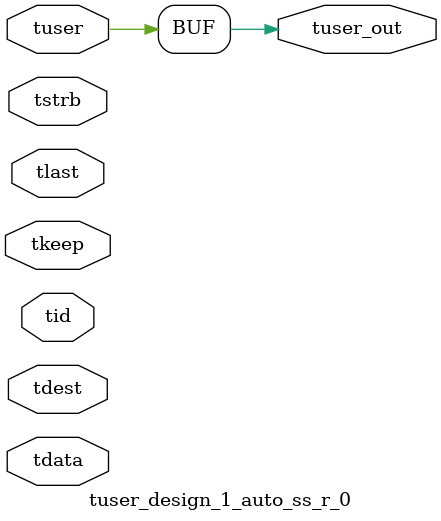
<source format=v>


`timescale 1ps/1ps

module tuser_design_1_auto_ss_r_0 #
(
parameter C_S_AXIS_TUSER_WIDTH = 1,
parameter C_S_AXIS_TDATA_WIDTH = 32,
parameter C_S_AXIS_TID_WIDTH   = 0,
parameter C_S_AXIS_TDEST_WIDTH = 0,
parameter C_M_AXIS_TUSER_WIDTH = 1
)
(
input  [(C_S_AXIS_TUSER_WIDTH == 0 ? 1 : C_S_AXIS_TUSER_WIDTH)-1:0     ] tuser,
input  [(C_S_AXIS_TDATA_WIDTH == 0 ? 1 : C_S_AXIS_TDATA_WIDTH)-1:0     ] tdata,
input  [(C_S_AXIS_TID_WIDTH   == 0 ? 1 : C_S_AXIS_TID_WIDTH)-1:0       ] tid,
input  [(C_S_AXIS_TDEST_WIDTH == 0 ? 1 : C_S_AXIS_TDEST_WIDTH)-1:0     ] tdest,
input  [(C_S_AXIS_TDATA_WIDTH/8)-1:0 ] tkeep,
input  [(C_S_AXIS_TDATA_WIDTH/8)-1:0 ] tstrb,
input                                                                    tlast,
output [C_M_AXIS_TUSER_WIDTH-1:0] tuser_out
);

assign tuser_out = {tuser[0:0]};

endmodule


</source>
